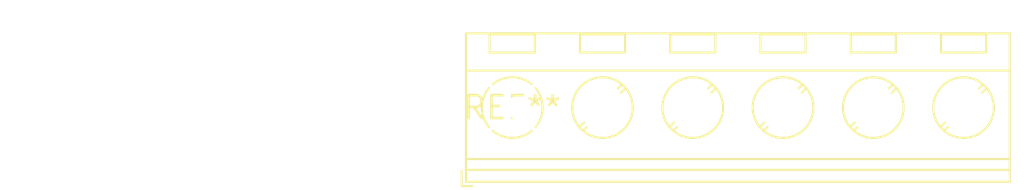
<source format=kicad_pcb>
(kicad_pcb (version 20240108) (generator pcbnew)
  (layers (0 "F.Cu" signal) (31 "B.Cu" signal) (34 "B.Paste" user) (35 "F.Paste" user) (36 "B.SilkS" user "B.Silkscreen") (37 "F.SilkS" user "F.Silkscreen") (38 "B.Mask" user) (39 "F.Mask" user) (44 "Edge.Cuts" user))
  (net 0 "")
  (footprint "TerminalBlock_RND_205-00049_1x06_P5.00mm_Horizontal" (layer "F.Cu") (at 0 0)
    (property "Reference" "REF**")
    (property "Value" "TerminalBlock_RND_205-00049_1x06_P5.00mm_Horizontal")
    (fp_line (start -2.8 3.51) (end -2.8 4.35) (layer "F.SilkS") (stroke (width 0.12)))
    (fp_line (start -2.8 4.35) (end -2.2 4.35) (layer "F.SilkS") (stroke (width 0.12)))
    (fp_line (start -2.56 -4.11) (end -2.56 4.11) (layer "F.SilkS") (stroke (width 0.12)))
    (fp_line (start -2.56 -4.11) (end 27.56 -4.11) (layer "F.SilkS") (stroke (width 0.12)))
    (fp_line (start -2.56 -2.05) (end 27.56 -2.05) (layer "F.SilkS") (stroke (width 0.12)))
    (fp_line (start -2.56 2.85) (end 27.56 2.85) (layer "F.SilkS") (stroke (width 0.12)))
    (fp_line (start -2.56 3.45) (end 27.56 3.45) (layer "F.SilkS") (stroke (width 0.12)))
    (fp_line (start -2.56 4.11) (end 27.56 4.11) (layer "F.SilkS") (stroke (width 0.12)))
    (fp_line (start -1.25 -4.05) (end -1.25 -3.05) (layer "F.SilkS") (stroke (width 0.12)))
    (fp_line (start -1.25 -4.05) (end 1.25 -4.05) (layer "F.SilkS") (stroke (width 0.12)))
    (fp_line (start -1.25 -3.05) (end 1.25 -3.05) (layer "F.SilkS") (stroke (width 0.12)))
    (fp_line (start 1.25 -4.05) (end 1.25 -3.05) (layer "F.SilkS") (stroke (width 0.12)))
    (fp_line (start 3.75 -4.05) (end 3.75 -3.05) (layer "F.SilkS") (stroke (width 0.12)))
    (fp_line (start 3.75 -4.05) (end 6.25 -4.05) (layer "F.SilkS") (stroke (width 0.12)))
    (fp_line (start 3.75 -3.05) (end 6.25 -3.05) (layer "F.SilkS") (stroke (width 0.12)))
    (fp_line (start 3.972 0.823) (end 3.726 1.069) (layer "F.SilkS") (stroke (width 0.12)))
    (fp_line (start 4.13 1.075) (end 3.931 1.274) (layer "F.SilkS") (stroke (width 0.12)))
    (fp_line (start 6.07 -1.275) (end 5.859 -1.064) (layer "F.SilkS") (stroke (width 0.12)))
    (fp_line (start 6.25 -4.05) (end 6.25 -3.05) (layer "F.SilkS") (stroke (width 0.12)))
    (fp_line (start 6.275 -1.069) (end 6.029 -0.823) (layer "F.SilkS") (stroke (width 0.12)))
    (fp_line (start 8.75 -4.05) (end 8.75 -3.05) (layer "F.SilkS") (stroke (width 0.12)))
    (fp_line (start 8.75 -4.05) (end 11.25 -4.05) (layer "F.SilkS") (stroke (width 0.12)))
    (fp_line (start 8.75 -3.05) (end 11.25 -3.05) (layer "F.SilkS") (stroke (width 0.12)))
    (fp_line (start 8.972 0.823) (end 8.726 1.069) (layer "F.SilkS") (stroke (width 0.12)))
    (fp_line (start 9.13 1.075) (end 8.931 1.274) (layer "F.SilkS") (stroke (width 0.12)))
    (fp_line (start 11.07 -1.275) (end 10.859 -1.064) (layer "F.SilkS") (stroke (width 0.12)))
    (fp_line (start 11.25 -4.05) (end 11.25 -3.05) (layer "F.SilkS") (stroke (width 0.12)))
    (fp_line (start 11.275 -1.069) (end 11.029 -0.823) (layer "F.SilkS") (stroke (width 0.12)))
    (fp_line (start 13.75 -4.05) (end 13.75 -3.05) (layer "F.SilkS") (stroke (width 0.12)))
    (fp_line (start 13.75 -4.05) (end 16.25 -4.05) (layer "F.SilkS") (stroke (width 0.12)))
    (fp_line (start 13.75 -3.05) (end 16.25 -3.05) (layer "F.SilkS") (stroke (width 0.12)))
    (fp_line (start 13.972 0.823) (end 13.726 1.069) (layer "F.SilkS") (stroke (width 0.12)))
    (fp_line (start 14.13 1.075) (end 13.931 1.274) (layer "F.SilkS") (stroke (width 0.12)))
    (fp_line (start 16.07 -1.275) (end 15.859 -1.064) (layer "F.SilkS") (stroke (width 0.12)))
    (fp_line (start 16.25 -4.05) (end 16.25 -3.05) (layer "F.SilkS") (stroke (width 0.12)))
    (fp_line (start 16.275 -1.069) (end 16.029 -0.823) (layer "F.SilkS") (stroke (width 0.12)))
    (fp_line (start 18.75 -4.05) (end 18.75 -3.05) (layer "F.SilkS") (stroke (width 0.12)))
    (fp_line (start 18.75 -4.05) (end 21.25 -4.05) (layer "F.SilkS") (stroke (width 0.12)))
    (fp_line (start 18.75 -3.05) (end 21.25 -3.05) (layer "F.SilkS") (stroke (width 0.12)))
    (fp_line (start 18.972 0.823) (end 18.726 1.069) (layer "F.SilkS") (stroke (width 0.12)))
    (fp_line (start 19.13 1.075) (end 18.931 1.274) (layer "F.SilkS") (stroke (width 0.12)))
    (fp_line (start 21.07 -1.275) (end 20.859 -1.064) (layer "F.SilkS") (stroke (width 0.12)))
    (fp_line (start 21.25 -4.05) (end 21.25 -3.05) (layer "F.SilkS") (stroke (width 0.12)))
    (fp_line (start 21.275 -1.069) (end 21.029 -0.823) (layer "F.SilkS") (stroke (width 0.12)))
    (fp_line (start 23.75 -4.05) (end 23.75 -3.05) (layer "F.SilkS") (stroke (width 0.12)))
    (fp_line (start 23.75 -4.05) (end 26.25 -4.05) (layer "F.SilkS") (stroke (width 0.12)))
    (fp_line (start 23.75 -3.05) (end 26.25 -3.05) (layer "F.SilkS") (stroke (width 0.12)))
    (fp_line (start 23.972 0.823) (end 23.726 1.069) (layer "F.SilkS") (stroke (width 0.12)))
    (fp_line (start 24.13 1.075) (end 23.931 1.274) (layer "F.SilkS") (stroke (width 0.12)))
    (fp_line (start 26.07 -1.275) (end 25.859 -1.064) (layer "F.SilkS") (stroke (width 0.12)))
    (fp_line (start 26.25 -4.05) (end 26.25 -3.05) (layer "F.SilkS") (stroke (width 0.12)))
    (fp_line (start 26.275 -1.069) (end 26.029 -0.823) (layer "F.SilkS") (stroke (width 0.12)))
    (fp_line (start 27.56 -4.11) (end 27.56 4.11) (layer "F.SilkS") (stroke (width 0.12)))
    (fp_arc (start -1.288062 1.079734) (mid -1.680752 -0.000826) (end -1.287 -1.081) (layer "F.SilkS") (stroke (width 0.12)))
    (fp_arc (start -1.079908 -1.287078) (mid 6e-05 -1.68011) (end 1.08 -1.287) (layer "F.SilkS") (stroke (width 0.12)))
    (fp_arc (start 0.028507 1.680511) (mid -0.561826 1.584071) (end -1.081 1.287) (layer "F.SilkS") (stroke (width 0.12)))
    (fp_arc (start 1.079883 1.286955) (mid 0.574594 1.578684) (end 0 1.68) (layer "F.SilkS") (stroke (width 0.12)))
    (fp_arc (start 1.287078 -1.079908) (mid 1.68011 6e-05) (end 1.287 1.08) (layer "F.SilkS") (stroke (width 0.12)))
    (fp_circle (center 5 0) (end 6.68 0) (layer "F.SilkS") (stroke (width 0.12)) (fill none))
    (fp_circle (center 10 0) (end 11.68 0) (layer "F.SilkS") (stroke (width 0.12)) (fill none))
    (fp_circle (center 15 0) (end 16.68 0) (layer "F.SilkS") (stroke (width 0.12)) (fill none))
    (fp_circle (center 20 0) (end 21.68 0) (layer "F.SilkS") (stroke (width 0.12)) (fill none))
    (fp_circle (center 25 0) (end 26.68 0) (layer "F.SilkS") (stroke (width 0.12)) (fill none))
    (pad "1" thru_hole rect (at 0 0) (size 2.1 2.1) (drill 1.1) (layers *.Cu *.Mask) (remove_unused_layers))
    (pad "2" thru_hole circle (at 5 0) (size 2.1 2.1) (drill 1.1) (layers *.Cu *.Mask) (remove_unused_layers))
    (pad "3" thru_hole circle (at 10 0) (size 2.1 2.1) (drill 1.1) (layers *.Cu *.Mask) (remove_unused_layers))
    (pad "4" thru_hole circle (at 15 0) (size 2.1 2.1) (drill 1.1) (layers *.Cu *.Mask) (remove_unused_layers))
    (pad "5" thru_hole circle (at 20 0) (size 2.1 2.1) (drill 1.1) (layers *.Cu *.Mask) (remove_unused_layers))
    (pad "6" thru_hole circle (at 25 0) (size 2.1 2.1) (drill 1.1) (layers *.Cu *.Mask) (remove_unused_layers))
  )
)
</source>
